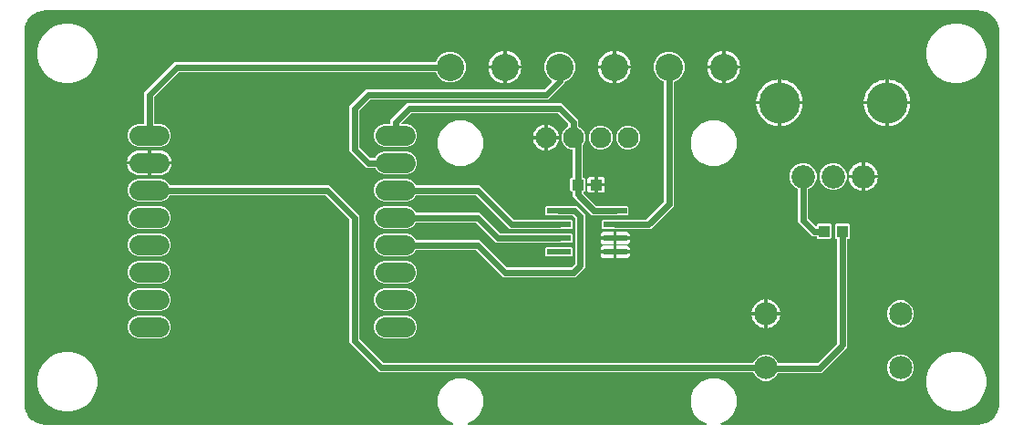
<source format=gbr>
G04 EAGLE Gerber RS-274X export*
G75*
%MOMM*%
%FSLAX34Y34*%
%LPD*%
%INTop Copper*%
%IPPOS*%
%AMOC8*
5,1,8,0,0,1.08239X$1,22.5*%
G01*
%ADD10C,2.159000*%
%ADD11R,1.100000X1.000000*%
%ADD12R,2.200000X0.600000*%
%ADD13C,3.810000*%
%ADD14C,2.184400*%
%ADD15R,1.000000X1.100000*%
%ADD16C,1.930400*%
%ADD17C,1.828800*%
%ADD18C,2.540000*%
%ADD19C,0.609600*%

G36*
X408724Y10938D02*
X408724Y10938D01*
X408821Y10948D01*
X408845Y10958D01*
X408871Y10962D01*
X408957Y11008D01*
X409046Y11048D01*
X409065Y11065D01*
X409088Y11078D01*
X409155Y11148D01*
X409227Y11214D01*
X409239Y11237D01*
X409258Y11256D01*
X409299Y11344D01*
X409345Y11430D01*
X409350Y11455D01*
X409361Y11479D01*
X409372Y11576D01*
X409389Y11672D01*
X409385Y11698D01*
X409388Y11723D01*
X409368Y11819D01*
X409353Y11915D01*
X409342Y11938D01*
X409336Y11964D01*
X409286Y12047D01*
X409242Y12134D01*
X409223Y12153D01*
X409210Y12175D01*
X409136Y12238D01*
X409066Y12306D01*
X409038Y12322D01*
X409023Y12335D01*
X408992Y12347D01*
X408919Y12387D01*
X403913Y14461D01*
X397961Y20413D01*
X394739Y28191D01*
X394739Y36609D01*
X397961Y44387D01*
X403913Y50339D01*
X411691Y53561D01*
X420109Y53561D01*
X427887Y50339D01*
X433839Y44387D01*
X437061Y36609D01*
X437061Y28191D01*
X433839Y20413D01*
X427887Y14461D01*
X422881Y12387D01*
X422798Y12336D01*
X422712Y12290D01*
X422694Y12271D01*
X422672Y12258D01*
X422609Y12183D01*
X422542Y12112D01*
X422531Y12088D01*
X422515Y12068D01*
X422480Y11977D01*
X422439Y11889D01*
X422436Y11863D01*
X422427Y11839D01*
X422422Y11741D01*
X422412Y11645D01*
X422417Y11619D01*
X422416Y11593D01*
X422443Y11499D01*
X422464Y11404D01*
X422477Y11382D01*
X422485Y11357D01*
X422540Y11277D01*
X422590Y11193D01*
X422610Y11176D01*
X422625Y11155D01*
X422703Y11096D01*
X422777Y11033D01*
X422801Y11023D01*
X422822Y11008D01*
X422915Y10978D01*
X423005Y10941D01*
X423038Y10938D01*
X423056Y10932D01*
X423089Y10932D01*
X423172Y10923D01*
X643628Y10923D01*
X643724Y10938D01*
X643821Y10948D01*
X643845Y10958D01*
X643871Y10962D01*
X643957Y11008D01*
X644046Y11048D01*
X644065Y11065D01*
X644088Y11078D01*
X644155Y11148D01*
X644227Y11214D01*
X644239Y11237D01*
X644258Y11256D01*
X644299Y11344D01*
X644345Y11430D01*
X644350Y11455D01*
X644361Y11479D01*
X644372Y11576D01*
X644389Y11672D01*
X644385Y11698D01*
X644388Y11723D01*
X644368Y11819D01*
X644353Y11915D01*
X644342Y11938D01*
X644336Y11964D01*
X644286Y12047D01*
X644242Y12134D01*
X644223Y12153D01*
X644210Y12175D01*
X644136Y12238D01*
X644066Y12306D01*
X644038Y12322D01*
X644023Y12335D01*
X643992Y12347D01*
X643919Y12387D01*
X638913Y14461D01*
X632961Y20413D01*
X629739Y28191D01*
X629739Y36609D01*
X632961Y44387D01*
X638913Y50339D01*
X646691Y53561D01*
X655109Y53561D01*
X662887Y50339D01*
X668839Y44387D01*
X672061Y36609D01*
X672061Y28191D01*
X668839Y20413D01*
X662887Y14461D01*
X657881Y12387D01*
X657798Y12336D01*
X657712Y12290D01*
X657694Y12271D01*
X657672Y12258D01*
X657609Y12183D01*
X657542Y12112D01*
X657531Y12088D01*
X657515Y12068D01*
X657480Y11977D01*
X657439Y11889D01*
X657436Y11863D01*
X657427Y11839D01*
X657422Y11741D01*
X657412Y11645D01*
X657417Y11619D01*
X657416Y11593D01*
X657443Y11499D01*
X657464Y11404D01*
X657477Y11382D01*
X657485Y11357D01*
X657540Y11277D01*
X657590Y11193D01*
X657610Y11176D01*
X657625Y11155D01*
X657703Y11096D01*
X657777Y11033D01*
X657801Y11023D01*
X657822Y11008D01*
X657915Y10978D01*
X658005Y10941D01*
X658038Y10938D01*
X658056Y10932D01*
X658089Y10932D01*
X658172Y10923D01*
X897100Y10923D01*
X897119Y10926D01*
X897150Y10924D01*
X899540Y11081D01*
X899564Y11086D01*
X899688Y11105D01*
X904306Y12343D01*
X904321Y12349D01*
X904336Y12352D01*
X904490Y12419D01*
X908631Y14810D01*
X908643Y14820D01*
X908657Y14826D01*
X908727Y14881D01*
X908732Y14884D01*
X908737Y14889D01*
X908788Y14931D01*
X912169Y18312D01*
X912179Y18324D01*
X912191Y18334D01*
X912290Y18469D01*
X914681Y22610D01*
X914687Y22625D01*
X914696Y22637D01*
X914757Y22794D01*
X915995Y27412D01*
X915997Y27436D01*
X916019Y27559D01*
X916176Y29950D01*
X916174Y29969D01*
X916177Y30000D01*
X916177Y376400D01*
X916174Y376418D01*
X916176Y376450D01*
X916019Y378840D01*
X916014Y378864D01*
X915995Y378988D01*
X914757Y383606D01*
X914751Y383621D01*
X914748Y383636D01*
X914681Y383790D01*
X912290Y387931D01*
X912280Y387943D01*
X912274Y387957D01*
X912169Y388088D01*
X908788Y391469D01*
X908776Y391479D01*
X908766Y391491D01*
X908631Y391590D01*
X904490Y393981D01*
X904475Y393987D01*
X904463Y393996D01*
X904327Y394049D01*
X904314Y394055D01*
X904311Y394055D01*
X904306Y394057D01*
X899688Y395295D01*
X899664Y395297D01*
X899541Y395319D01*
X897150Y395476D01*
X897131Y395474D01*
X897100Y395477D01*
X30000Y395477D01*
X29981Y395474D01*
X29950Y395476D01*
X27560Y395319D01*
X27536Y395314D01*
X27412Y395295D01*
X22794Y394057D01*
X22779Y394051D01*
X22764Y394048D01*
X22610Y393981D01*
X18469Y391590D01*
X18457Y391580D01*
X18443Y391574D01*
X18312Y391469D01*
X14931Y388088D01*
X14921Y388076D01*
X14909Y388066D01*
X14810Y387931D01*
X12419Y383790D01*
X12413Y383775D01*
X12404Y383763D01*
X12343Y383606D01*
X11105Y378988D01*
X11103Y378964D01*
X11081Y378840D01*
X10924Y376450D01*
X10926Y376431D01*
X10923Y376400D01*
X10923Y30000D01*
X10926Y29981D01*
X10924Y29950D01*
X11081Y27560D01*
X11086Y27536D01*
X11105Y27412D01*
X12343Y22794D01*
X12349Y22779D01*
X12352Y22764D01*
X12419Y22610D01*
X14810Y18469D01*
X14820Y18457D01*
X14826Y18443D01*
X14931Y18312D01*
X18312Y14931D01*
X18324Y14921D01*
X18334Y14909D01*
X18469Y14810D01*
X22610Y12419D01*
X22625Y12413D01*
X22637Y12404D01*
X22794Y12343D01*
X27412Y11105D01*
X27436Y11103D01*
X27560Y11081D01*
X29950Y10924D01*
X29969Y10926D01*
X30000Y10923D01*
X408628Y10923D01*
X408724Y10938D01*
G37*
%LPC*%
G36*
X697049Y51580D02*
X697049Y51580D01*
X692521Y53456D01*
X689056Y56921D01*
X688254Y58857D01*
X688192Y58957D01*
X688132Y59057D01*
X688128Y59061D01*
X688124Y59066D01*
X688034Y59141D01*
X687946Y59217D01*
X687940Y59219D01*
X687935Y59223D01*
X687826Y59265D01*
X687717Y59309D01*
X687710Y59310D01*
X687705Y59311D01*
X687687Y59312D01*
X687551Y59327D01*
X340606Y59327D01*
X312927Y87006D01*
X312927Y200991D01*
X312913Y201080D01*
X312905Y201172D01*
X312893Y201201D01*
X312888Y201233D01*
X312845Y201314D01*
X312809Y201398D01*
X312783Y201430D01*
X312772Y201451D01*
X312749Y201473D01*
X312704Y201529D01*
X290429Y223804D01*
X290355Y223857D01*
X290285Y223917D01*
X290255Y223929D01*
X290229Y223948D01*
X290142Y223975D01*
X290057Y224009D01*
X290016Y224013D01*
X289994Y224020D01*
X289962Y224019D01*
X289891Y224027D01*
X146306Y224027D01*
X146192Y224008D01*
X146075Y223991D01*
X146070Y223989D01*
X146064Y223988D01*
X145961Y223933D01*
X145856Y223880D01*
X145852Y223875D01*
X145846Y223872D01*
X145766Y223788D01*
X145684Y223704D01*
X145680Y223698D01*
X145677Y223694D01*
X145669Y223677D01*
X145603Y223557D01*
X145189Y222557D01*
X142187Y219555D01*
X138266Y217931D01*
X115734Y217931D01*
X111813Y219555D01*
X108811Y222557D01*
X107187Y226478D01*
X107187Y230722D01*
X108811Y234643D01*
X111813Y237645D01*
X115734Y239269D01*
X138266Y239269D01*
X142187Y237645D01*
X145189Y234643D01*
X145603Y233643D01*
X145665Y233543D01*
X145725Y233443D01*
X145729Y233439D01*
X145733Y233434D01*
X145823Y233359D01*
X145911Y233283D01*
X145917Y233281D01*
X145922Y233277D01*
X146031Y233235D01*
X146140Y233191D01*
X146147Y233190D01*
X146152Y233189D01*
X146170Y233188D01*
X146306Y233173D01*
X293994Y233173D01*
X296896Y230271D01*
X322073Y205094D01*
X322073Y91109D01*
X322087Y91019D01*
X322095Y90928D01*
X322107Y90899D01*
X322112Y90867D01*
X322155Y90786D01*
X322191Y90702D01*
X322217Y90670D01*
X322228Y90649D01*
X322251Y90627D01*
X322296Y90571D01*
X344171Y68696D01*
X344245Y68643D01*
X344315Y68583D01*
X344345Y68571D01*
X344371Y68552D01*
X344458Y68525D01*
X344543Y68491D01*
X344584Y68487D01*
X344606Y68480D01*
X344638Y68481D01*
X344709Y68473D01*
X687551Y68473D01*
X687665Y68492D01*
X687782Y68509D01*
X687787Y68511D01*
X687793Y68512D01*
X687896Y68567D01*
X688001Y68620D01*
X688005Y68625D01*
X688011Y68628D01*
X688091Y68712D01*
X688173Y68796D01*
X688177Y68802D01*
X688180Y68806D01*
X688188Y68822D01*
X688254Y68943D01*
X689056Y70879D01*
X692521Y74344D01*
X697049Y76220D01*
X701951Y76220D01*
X706479Y74344D01*
X709944Y70879D01*
X710912Y68543D01*
X710973Y68443D01*
X711033Y68343D01*
X711038Y68339D01*
X711041Y68334D01*
X711131Y68259D01*
X711220Y68183D01*
X711226Y68181D01*
X711231Y68177D01*
X711339Y68135D01*
X711448Y68091D01*
X711456Y68090D01*
X711460Y68089D01*
X711479Y68088D01*
X711615Y68073D01*
X747091Y68073D01*
X747181Y68087D01*
X747272Y68095D01*
X747301Y68107D01*
X747333Y68112D01*
X747414Y68155D01*
X747498Y68191D01*
X747530Y68217D01*
X747551Y68228D01*
X747573Y68251D01*
X747629Y68296D01*
X765704Y86371D01*
X765757Y86445D01*
X765817Y86515D01*
X765829Y86545D01*
X765848Y86571D01*
X765875Y86658D01*
X765909Y86743D01*
X765913Y86784D01*
X765920Y86806D01*
X765919Y86838D01*
X765927Y86909D01*
X765927Y182714D01*
X765924Y182734D01*
X765926Y182753D01*
X765904Y182855D01*
X765888Y182957D01*
X765878Y182974D01*
X765874Y182994D01*
X765821Y183083D01*
X765772Y183174D01*
X765758Y183188D01*
X765748Y183205D01*
X765669Y183272D01*
X765594Y183344D01*
X765576Y183352D01*
X765561Y183365D01*
X765465Y183404D01*
X765371Y183447D01*
X765351Y183449D01*
X765333Y183457D01*
X765166Y183475D01*
X764868Y183475D01*
X763975Y184368D01*
X763975Y196632D01*
X764868Y197525D01*
X776132Y197525D01*
X777025Y196632D01*
X777025Y184368D01*
X776132Y183475D01*
X775834Y183475D01*
X775814Y183472D01*
X775795Y183474D01*
X775693Y183452D01*
X775591Y183436D01*
X775574Y183426D01*
X775554Y183422D01*
X775465Y183369D01*
X775374Y183320D01*
X775360Y183306D01*
X775343Y183296D01*
X775276Y183217D01*
X775204Y183142D01*
X775196Y183124D01*
X775183Y183109D01*
X775144Y183013D01*
X775101Y182919D01*
X775099Y182899D01*
X775091Y182881D01*
X775073Y182714D01*
X775073Y82806D01*
X751194Y58927D01*
X711284Y58927D01*
X711169Y58908D01*
X711053Y58891D01*
X711047Y58889D01*
X711041Y58888D01*
X710938Y58833D01*
X710833Y58780D01*
X710829Y58775D01*
X710824Y58772D01*
X710744Y58688D01*
X710661Y58604D01*
X710658Y58598D01*
X710654Y58594D01*
X710646Y58577D01*
X710580Y58457D01*
X709944Y56921D01*
X706479Y53456D01*
X701951Y51580D01*
X697049Y51580D01*
G37*
%LPD*%
%LPC*%
G36*
X115734Y268731D02*
X115734Y268731D01*
X111813Y270355D01*
X108811Y273357D01*
X107187Y277278D01*
X107187Y281522D01*
X108811Y285443D01*
X111813Y288445D01*
X115734Y290069D01*
X121666Y290069D01*
X121686Y290072D01*
X121705Y290070D01*
X121807Y290092D01*
X121909Y290108D01*
X121926Y290118D01*
X121946Y290122D01*
X122035Y290175D01*
X122126Y290224D01*
X122140Y290238D01*
X122157Y290248D01*
X122224Y290327D01*
X122296Y290402D01*
X122304Y290420D01*
X122317Y290435D01*
X122356Y290531D01*
X122399Y290625D01*
X122401Y290645D01*
X122409Y290663D01*
X122427Y290830D01*
X122427Y319394D01*
X150506Y347473D01*
X392389Y347473D01*
X392503Y347492D01*
X392620Y347509D01*
X392625Y347511D01*
X392631Y347512D01*
X392734Y347567D01*
X392839Y347620D01*
X392843Y347625D01*
X392849Y347628D01*
X392929Y347712D01*
X393011Y347796D01*
X393015Y347802D01*
X393018Y347806D01*
X393026Y347823D01*
X393092Y347943D01*
X394341Y350958D01*
X398342Y354959D01*
X403571Y357125D01*
X409229Y357125D01*
X414458Y354959D01*
X418459Y350958D01*
X420625Y345729D01*
X420625Y340071D01*
X418459Y334842D01*
X414458Y330841D01*
X409229Y328675D01*
X403571Y328675D01*
X398342Y330841D01*
X394341Y334842D01*
X393092Y337857D01*
X393030Y337957D01*
X392970Y338057D01*
X392966Y338061D01*
X392962Y338066D01*
X392872Y338141D01*
X392784Y338217D01*
X392778Y338219D01*
X392773Y338223D01*
X392665Y338265D01*
X392555Y338309D01*
X392548Y338310D01*
X392543Y338311D01*
X392525Y338312D01*
X392389Y338327D01*
X154609Y338327D01*
X154519Y338313D01*
X154428Y338305D01*
X154399Y338293D01*
X154367Y338288D01*
X154286Y338245D01*
X154202Y338209D01*
X154170Y338183D01*
X154149Y338172D01*
X154127Y338149D01*
X154071Y338104D01*
X131796Y315829D01*
X131743Y315755D01*
X131683Y315685D01*
X131671Y315655D01*
X131652Y315629D01*
X131625Y315542D01*
X131591Y315457D01*
X131587Y315416D01*
X131580Y315394D01*
X131581Y315362D01*
X131573Y315291D01*
X131573Y290830D01*
X131576Y290810D01*
X131574Y290791D01*
X131596Y290689D01*
X131612Y290587D01*
X131622Y290570D01*
X131626Y290550D01*
X131679Y290461D01*
X131728Y290370D01*
X131742Y290356D01*
X131752Y290339D01*
X131831Y290272D01*
X131906Y290200D01*
X131924Y290192D01*
X131939Y290179D01*
X132035Y290140D01*
X132129Y290097D01*
X132149Y290095D01*
X132167Y290087D01*
X132334Y290069D01*
X138266Y290069D01*
X142187Y288445D01*
X145189Y285443D01*
X146813Y281522D01*
X146813Y277278D01*
X145189Y273357D01*
X142187Y270355D01*
X138266Y268731D01*
X115734Y268731D01*
G37*
%LPD*%
%LPC*%
G36*
X344334Y243331D02*
X344334Y243331D01*
X340413Y244955D01*
X337411Y247957D01*
X336997Y248957D01*
X336935Y249057D01*
X336875Y249157D01*
X336871Y249161D01*
X336867Y249166D01*
X336777Y249241D01*
X336689Y249317D01*
X336683Y249319D01*
X336678Y249323D01*
X336569Y249365D01*
X336460Y249409D01*
X336453Y249410D01*
X336448Y249411D01*
X336430Y249412D01*
X336294Y249427D01*
X328306Y249427D01*
X312927Y264806D01*
X312927Y306694D01*
X328306Y322073D01*
X493091Y322073D01*
X493181Y322087D01*
X493272Y322095D01*
X493301Y322107D01*
X493333Y322112D01*
X493414Y322155D01*
X493498Y322191D01*
X493530Y322217D01*
X493551Y322228D01*
X493573Y322251D01*
X493629Y322296D01*
X500715Y329382D01*
X500742Y329419D01*
X500775Y329450D01*
X500813Y329518D01*
X500858Y329581D01*
X500872Y329625D01*
X500894Y329665D01*
X500908Y329742D01*
X500931Y329816D01*
X500930Y329862D01*
X500938Y329908D01*
X500926Y329985D01*
X500924Y330062D01*
X500909Y330105D01*
X500902Y330151D01*
X500867Y330220D01*
X500840Y330293D01*
X500811Y330329D01*
X500790Y330370D01*
X500735Y330425D01*
X500686Y330485D01*
X500648Y330510D01*
X500615Y330542D01*
X500495Y330608D01*
X500479Y330618D01*
X500474Y330620D01*
X500468Y330623D01*
X499942Y330841D01*
X495941Y334842D01*
X493775Y340071D01*
X493775Y345729D01*
X495941Y350958D01*
X499942Y354959D01*
X505171Y357125D01*
X510829Y357125D01*
X516058Y354959D01*
X520059Y350958D01*
X522225Y345729D01*
X522225Y340071D01*
X520059Y334842D01*
X516058Y330841D01*
X513043Y329592D01*
X512943Y329530D01*
X512843Y329470D01*
X512839Y329466D01*
X512834Y329462D01*
X512759Y329372D01*
X512683Y329284D01*
X512681Y329278D01*
X512677Y329273D01*
X512635Y329165D01*
X512591Y329055D01*
X512590Y329048D01*
X512589Y329043D01*
X512588Y329025D01*
X512573Y328889D01*
X512573Y328306D01*
X497194Y312927D01*
X332409Y312927D01*
X332319Y312913D01*
X332228Y312905D01*
X332199Y312893D01*
X332167Y312888D01*
X332086Y312845D01*
X332002Y312809D01*
X331970Y312783D01*
X331949Y312772D01*
X331927Y312749D01*
X331871Y312704D01*
X322296Y303129D01*
X322243Y303055D01*
X322183Y302985D01*
X322171Y302955D01*
X322152Y302929D01*
X322125Y302842D01*
X322091Y302757D01*
X322087Y302716D01*
X322080Y302694D01*
X322081Y302662D01*
X322073Y302591D01*
X322073Y268909D01*
X322087Y268819D01*
X322095Y268728D01*
X322107Y268699D01*
X322112Y268667D01*
X322155Y268586D01*
X322191Y268502D01*
X322217Y268470D01*
X322228Y268449D01*
X322251Y268427D01*
X322296Y268371D01*
X331871Y258796D01*
X331945Y258743D01*
X332015Y258683D01*
X332045Y258671D01*
X332071Y258652D01*
X332158Y258625D01*
X332243Y258591D01*
X332284Y258587D01*
X332306Y258580D01*
X332338Y258581D01*
X332409Y258573D01*
X336294Y258573D01*
X336408Y258592D01*
X336525Y258609D01*
X336530Y258611D01*
X336536Y258612D01*
X336639Y258667D01*
X336744Y258720D01*
X336748Y258725D01*
X336754Y258728D01*
X336834Y258812D01*
X336916Y258896D01*
X336920Y258902D01*
X336923Y258906D01*
X336931Y258923D01*
X336997Y259043D01*
X337411Y260043D01*
X340413Y263045D01*
X344334Y264669D01*
X366866Y264669D01*
X370787Y263045D01*
X373789Y260043D01*
X375413Y256122D01*
X375413Y251878D01*
X373789Y247957D01*
X370787Y244955D01*
X366866Y243331D01*
X344334Y243331D01*
G37*
%LPD*%
%LPC*%
G36*
X537856Y204977D02*
X537856Y204977D01*
X520327Y222506D01*
X520327Y226394D01*
X520324Y226414D01*
X520326Y226433D01*
X520304Y226535D01*
X520288Y226637D01*
X520278Y226654D01*
X520274Y226674D01*
X520221Y226763D01*
X520172Y226854D01*
X520158Y226868D01*
X520148Y226885D01*
X520069Y226952D01*
X519994Y227024D01*
X519976Y227032D01*
X519961Y227045D01*
X519865Y227084D01*
X519771Y227127D01*
X519751Y227129D01*
X519733Y227137D01*
X519566Y227155D01*
X518768Y227155D01*
X517875Y228048D01*
X517875Y239312D01*
X518768Y240205D01*
X519566Y240205D01*
X519586Y240208D01*
X519605Y240206D01*
X519707Y240228D01*
X519809Y240244D01*
X519826Y240254D01*
X519846Y240258D01*
X519935Y240311D01*
X520026Y240360D01*
X520040Y240374D01*
X520057Y240384D01*
X520124Y240463D01*
X520196Y240538D01*
X520204Y240556D01*
X520217Y240571D01*
X520256Y240667D01*
X520299Y240761D01*
X520301Y240781D01*
X520309Y240799D01*
X520327Y240966D01*
X520327Y265462D01*
X520324Y265482D01*
X520326Y265501D01*
X520304Y265603D01*
X520288Y265705D01*
X520278Y265722D01*
X520274Y265742D01*
X520221Y265831D01*
X520172Y265922D01*
X520158Y265936D01*
X520148Y265953D01*
X520069Y266020D01*
X519994Y266092D01*
X519976Y266100D01*
X519961Y266113D01*
X519865Y266152D01*
X519771Y266195D01*
X519751Y266197D01*
X519733Y266205D01*
X519566Y266223D01*
X518477Y266223D01*
X514369Y267925D01*
X511225Y271069D01*
X509523Y275177D01*
X509523Y279623D01*
X511225Y283731D01*
X514369Y286875D01*
X515657Y287409D01*
X515757Y287471D01*
X515857Y287530D01*
X515861Y287535D01*
X515866Y287538D01*
X515941Y287629D01*
X516017Y287717D01*
X516019Y287723D01*
X516023Y287728D01*
X516065Y287836D01*
X516109Y287945D01*
X516110Y287953D01*
X516111Y287958D01*
X516112Y287976D01*
X516127Y288112D01*
X516127Y289891D01*
X516113Y289981D01*
X516105Y290072D01*
X516093Y290101D01*
X516088Y290133D01*
X516045Y290214D01*
X516009Y290298D01*
X515983Y290330D01*
X515972Y290351D01*
X515949Y290373D01*
X515904Y290429D01*
X506329Y300004D01*
X506255Y300057D01*
X506185Y300117D01*
X506155Y300129D01*
X506129Y300148D01*
X506042Y300175D01*
X505957Y300209D01*
X505916Y300213D01*
X505894Y300220D01*
X505862Y300219D01*
X505791Y300227D01*
X370509Y300227D01*
X370419Y300213D01*
X370328Y300205D01*
X370299Y300193D01*
X370267Y300188D01*
X370186Y300145D01*
X370102Y300109D01*
X370070Y300083D01*
X370049Y300072D01*
X370027Y300049D01*
X369971Y300004D01*
X361335Y291368D01*
X361293Y291310D01*
X361244Y291258D01*
X361222Y291211D01*
X361192Y291169D01*
X361170Y291100D01*
X361140Y291035D01*
X361135Y290983D01*
X361119Y290933D01*
X361121Y290862D01*
X361113Y290791D01*
X361124Y290740D01*
X361126Y290688D01*
X361150Y290620D01*
X361165Y290550D01*
X361192Y290505D01*
X361210Y290457D01*
X361255Y290401D01*
X361292Y290339D01*
X361331Y290305D01*
X361364Y290265D01*
X361424Y290226D01*
X361478Y290179D01*
X361527Y290160D01*
X361571Y290132D01*
X361640Y290114D01*
X361707Y290087D01*
X361778Y290079D01*
X361809Y290071D01*
X361832Y290073D01*
X361873Y290069D01*
X366866Y290069D01*
X370787Y288445D01*
X373789Y285443D01*
X375413Y281522D01*
X375413Y277278D01*
X373789Y273357D01*
X370787Y270355D01*
X366866Y268731D01*
X344334Y268731D01*
X340413Y270355D01*
X337411Y273357D01*
X335787Y277278D01*
X335787Y281522D01*
X337411Y285443D01*
X340413Y288445D01*
X344334Y290069D01*
X350266Y290069D01*
X350286Y290072D01*
X350305Y290070D01*
X350407Y290092D01*
X350509Y290108D01*
X350526Y290118D01*
X350546Y290122D01*
X350635Y290175D01*
X350726Y290224D01*
X350740Y290238D01*
X350757Y290248D01*
X350824Y290327D01*
X350896Y290402D01*
X350904Y290420D01*
X350917Y290435D01*
X350956Y290531D01*
X350999Y290625D01*
X351001Y290645D01*
X351009Y290663D01*
X351027Y290830D01*
X351027Y293994D01*
X366406Y309373D01*
X509894Y309373D01*
X525273Y293994D01*
X525273Y288112D01*
X525292Y287997D01*
X525309Y287881D01*
X525311Y287876D01*
X525312Y287869D01*
X525367Y287767D01*
X525420Y287662D01*
X525425Y287658D01*
X525428Y287652D01*
X525512Y287572D01*
X525596Y287490D01*
X525602Y287486D01*
X525606Y287483D01*
X525623Y287475D01*
X525743Y287409D01*
X527031Y286875D01*
X530175Y283731D01*
X531877Y279623D01*
X531877Y275177D01*
X530175Y271069D01*
X529696Y270589D01*
X529643Y270515D01*
X529583Y270446D01*
X529571Y270416D01*
X529552Y270390D01*
X529525Y270303D01*
X529491Y270218D01*
X529487Y270177D01*
X529480Y270155D01*
X529481Y270122D01*
X529473Y270051D01*
X529473Y240966D01*
X529476Y240946D01*
X529474Y240927D01*
X529496Y240825D01*
X529512Y240723D01*
X529522Y240706D01*
X529526Y240686D01*
X529579Y240597D01*
X529628Y240506D01*
X529642Y240492D01*
X529652Y240475D01*
X529731Y240408D01*
X529806Y240336D01*
X529824Y240328D01*
X529839Y240315D01*
X529935Y240276D01*
X530029Y240233D01*
X530049Y240231D01*
X530067Y240223D01*
X530234Y240205D01*
X531032Y240205D01*
X531925Y239312D01*
X531925Y228048D01*
X531032Y227155D01*
X530449Y227155D01*
X530379Y227144D01*
X530307Y227142D01*
X530258Y227124D01*
X530207Y227116D01*
X530143Y227082D01*
X530076Y227057D01*
X530035Y227025D01*
X529989Y227000D01*
X529940Y226948D01*
X529884Y226904D01*
X529856Y226860D01*
X529820Y226822D01*
X529790Y226757D01*
X529751Y226697D01*
X529738Y226646D01*
X529716Y226599D01*
X529708Y226528D01*
X529691Y226458D01*
X529695Y226406D01*
X529689Y226355D01*
X529704Y226284D01*
X529710Y226213D01*
X529730Y226165D01*
X529741Y226114D01*
X529778Y226053D01*
X529806Y225987D01*
X529851Y225931D01*
X529868Y225903D01*
X529885Y225888D01*
X529911Y225856D01*
X541421Y214346D01*
X541495Y214293D01*
X541565Y214233D01*
X541595Y214221D01*
X541621Y214202D01*
X541708Y214175D01*
X541793Y214141D01*
X541834Y214137D01*
X541856Y214130D01*
X541888Y214131D01*
X541959Y214123D01*
X561417Y214123D01*
X561491Y214093D01*
X561531Y214089D01*
X561554Y214082D01*
X561586Y214083D01*
X561657Y214075D01*
X571032Y214075D01*
X571925Y213182D01*
X571925Y205918D01*
X571032Y205025D01*
X561657Y205025D01*
X561567Y205011D01*
X561476Y205003D01*
X561446Y204991D01*
X561415Y204986D01*
X561399Y204977D01*
X537856Y204977D01*
G37*
%LPD*%
%LPC*%
G36*
X455306Y147827D02*
X455306Y147827D01*
X430129Y173004D01*
X430055Y173057D01*
X429985Y173117D01*
X429955Y173129D01*
X429929Y173148D01*
X429842Y173175D01*
X429757Y173209D01*
X429716Y173213D01*
X429694Y173220D01*
X429662Y173219D01*
X429591Y173227D01*
X374906Y173227D01*
X374792Y173208D01*
X374675Y173191D01*
X374670Y173189D01*
X374664Y173188D01*
X374561Y173133D01*
X374456Y173080D01*
X374452Y173075D01*
X374446Y173072D01*
X374366Y172988D01*
X374284Y172904D01*
X374280Y172898D01*
X374277Y172894D01*
X374269Y172877D01*
X374203Y172757D01*
X373789Y171757D01*
X370787Y168755D01*
X366866Y167131D01*
X344334Y167131D01*
X340413Y168755D01*
X337411Y171757D01*
X335787Y175678D01*
X335787Y179922D01*
X337411Y183843D01*
X340413Y186845D01*
X344334Y188469D01*
X366866Y188469D01*
X370787Y186845D01*
X373789Y183843D01*
X374203Y182843D01*
X374265Y182743D01*
X374325Y182643D01*
X374329Y182639D01*
X374333Y182634D01*
X374423Y182559D01*
X374511Y182483D01*
X374517Y182481D01*
X374522Y182477D01*
X374631Y182435D01*
X374740Y182391D01*
X374747Y182390D01*
X374752Y182389D01*
X374770Y182388D01*
X374906Y182373D01*
X433694Y182373D01*
X458871Y157196D01*
X458945Y157143D01*
X459015Y157083D01*
X459045Y157071D01*
X459071Y157052D01*
X459158Y157025D01*
X459243Y156991D01*
X459284Y156987D01*
X459306Y156980D01*
X459338Y156981D01*
X459409Y156973D01*
X518491Y156973D01*
X518581Y156987D01*
X518672Y156995D01*
X518701Y157007D01*
X518733Y157012D01*
X518814Y157055D01*
X518898Y157091D01*
X518930Y157117D01*
X518951Y157128D01*
X518973Y157151D01*
X519029Y157196D01*
X522254Y160421D01*
X522307Y160495D01*
X522367Y160565D01*
X522379Y160595D01*
X522398Y160621D01*
X522425Y160708D01*
X522459Y160793D01*
X522463Y160834D01*
X522470Y160856D01*
X522469Y160888D01*
X522477Y160959D01*
X522477Y202261D01*
X522463Y202351D01*
X522455Y202442D01*
X522443Y202471D01*
X522438Y202503D01*
X522395Y202584D01*
X522359Y202668D01*
X522333Y202700D01*
X522322Y202721D01*
X522299Y202743D01*
X522254Y202799D01*
X520299Y204754D01*
X520225Y204807D01*
X520155Y204867D01*
X520125Y204879D01*
X520099Y204898D01*
X520012Y204925D01*
X519927Y204959D01*
X519886Y204963D01*
X519864Y204970D01*
X519832Y204969D01*
X519761Y204977D01*
X505383Y204977D01*
X505309Y205007D01*
X505268Y205011D01*
X505246Y205018D01*
X505214Y205017D01*
X505143Y205025D01*
X495768Y205025D01*
X494875Y205918D01*
X494875Y213182D01*
X495768Y214075D01*
X505143Y214075D01*
X505233Y214089D01*
X505324Y214097D01*
X505353Y214109D01*
X505385Y214114D01*
X505401Y214123D01*
X523864Y214123D01*
X531623Y206364D01*
X531623Y156856D01*
X522594Y147827D01*
X455306Y147827D01*
G37*
%LPD*%
%LPC*%
G36*
X872658Y23139D02*
X872658Y23139D01*
X865623Y25024D01*
X859316Y28666D01*
X854166Y33816D01*
X850524Y40123D01*
X848639Y47158D01*
X848639Y54442D01*
X850524Y61477D01*
X854166Y67784D01*
X859316Y72934D01*
X865623Y76576D01*
X872658Y78461D01*
X879942Y78461D01*
X886977Y76576D01*
X893284Y72934D01*
X898434Y67784D01*
X902076Y61477D01*
X903961Y54442D01*
X903961Y47158D01*
X902076Y40123D01*
X898434Y33816D01*
X893284Y28666D01*
X886977Y25024D01*
X879942Y23139D01*
X872658Y23139D01*
G37*
%LPD*%
%LPC*%
G36*
X872658Y327939D02*
X872658Y327939D01*
X865623Y329824D01*
X859316Y333466D01*
X854166Y338616D01*
X850524Y344923D01*
X848639Y351958D01*
X848639Y359242D01*
X850524Y366277D01*
X854166Y372584D01*
X859316Y377734D01*
X865623Y381376D01*
X872658Y383261D01*
X879942Y383261D01*
X886977Y381376D01*
X893284Y377734D01*
X898434Y372584D01*
X902076Y366277D01*
X903961Y359242D01*
X903961Y351958D01*
X902076Y344923D01*
X898434Y338616D01*
X893284Y333466D01*
X886977Y329824D01*
X879942Y327939D01*
X872658Y327939D01*
G37*
%LPD*%
%LPC*%
G36*
X47158Y23139D02*
X47158Y23139D01*
X40123Y25024D01*
X33816Y28666D01*
X28666Y33816D01*
X25024Y40123D01*
X23139Y47158D01*
X23139Y54442D01*
X25024Y61477D01*
X28666Y67784D01*
X33816Y72934D01*
X40123Y76576D01*
X47158Y78461D01*
X54442Y78461D01*
X61477Y76576D01*
X67784Y72934D01*
X72934Y67784D01*
X76576Y61477D01*
X78461Y54442D01*
X78461Y47158D01*
X76576Y40123D01*
X72934Y33816D01*
X67784Y28666D01*
X61477Y25024D01*
X54442Y23139D01*
X47158Y23139D01*
G37*
%LPD*%
%LPC*%
G36*
X47158Y327939D02*
X47158Y327939D01*
X40123Y329824D01*
X33816Y333466D01*
X28666Y338616D01*
X25024Y344923D01*
X23139Y351958D01*
X23139Y359242D01*
X25024Y366277D01*
X28666Y372584D01*
X33816Y377734D01*
X40123Y381376D01*
X47158Y383261D01*
X54442Y383261D01*
X61477Y381376D01*
X67784Y377734D01*
X72934Y372584D01*
X76576Y366277D01*
X78461Y359242D01*
X78461Y351958D01*
X76576Y344923D01*
X72934Y338616D01*
X67784Y333466D01*
X61477Y329824D01*
X54442Y327939D01*
X47158Y327939D01*
G37*
%LPD*%
%LPC*%
G36*
X557383Y192277D02*
X557383Y192277D01*
X557309Y192307D01*
X557268Y192311D01*
X557246Y192318D01*
X557214Y192317D01*
X557143Y192325D01*
X547768Y192325D01*
X546875Y193218D01*
X546875Y200482D01*
X547768Y201375D01*
X557143Y201375D01*
X557233Y201389D01*
X557324Y201397D01*
X557353Y201409D01*
X557385Y201414D01*
X557401Y201423D01*
X588341Y201423D01*
X588431Y201437D01*
X588522Y201445D01*
X588551Y201457D01*
X588583Y201462D01*
X588664Y201505D01*
X588748Y201541D01*
X588780Y201567D01*
X588801Y201578D01*
X588823Y201601D01*
X588879Y201646D01*
X604804Y217571D01*
X604857Y217645D01*
X604917Y217715D01*
X604929Y217745D01*
X604948Y217771D01*
X604975Y217858D01*
X605009Y217943D01*
X605013Y217984D01*
X605020Y218006D01*
X605019Y218038D01*
X605027Y218109D01*
X605027Y328889D01*
X605009Y329003D01*
X604991Y329120D01*
X604989Y329125D01*
X604988Y329131D01*
X604933Y329234D01*
X604880Y329339D01*
X604875Y329343D01*
X604872Y329349D01*
X604788Y329429D01*
X604704Y329511D01*
X604698Y329515D01*
X604694Y329518D01*
X604677Y329526D01*
X604557Y329592D01*
X601542Y330841D01*
X597541Y334842D01*
X595375Y340071D01*
X595375Y345729D01*
X597541Y350958D01*
X601542Y354959D01*
X606771Y357125D01*
X612429Y357125D01*
X617658Y354959D01*
X621659Y350958D01*
X623825Y345729D01*
X623825Y340071D01*
X621659Y334842D01*
X617658Y330841D01*
X614643Y329592D01*
X614543Y329530D01*
X614443Y329470D01*
X614439Y329466D01*
X614434Y329462D01*
X614359Y329372D01*
X614283Y329284D01*
X614281Y329278D01*
X614277Y329273D01*
X614235Y329165D01*
X614191Y329055D01*
X614190Y329048D01*
X614189Y329043D01*
X614188Y329025D01*
X614173Y328889D01*
X614173Y214006D01*
X592444Y192277D01*
X557383Y192277D01*
G37*
%LPD*%
%LPC*%
G36*
X461656Y192277D02*
X461656Y192277D01*
X430129Y223804D01*
X430055Y223857D01*
X429985Y223917D01*
X429955Y223929D01*
X429929Y223948D01*
X429842Y223975D01*
X429757Y224009D01*
X429716Y224013D01*
X429694Y224020D01*
X429662Y224019D01*
X429591Y224027D01*
X374906Y224027D01*
X374792Y224008D01*
X374675Y223991D01*
X374670Y223989D01*
X374664Y223988D01*
X374561Y223933D01*
X374456Y223880D01*
X374452Y223875D01*
X374446Y223872D01*
X374366Y223788D01*
X374284Y223704D01*
X374280Y223698D01*
X374277Y223694D01*
X374269Y223677D01*
X374203Y223557D01*
X373789Y222557D01*
X370787Y219555D01*
X366866Y217931D01*
X344334Y217931D01*
X340413Y219555D01*
X337411Y222557D01*
X335787Y226478D01*
X335787Y230722D01*
X337411Y234643D01*
X340413Y237645D01*
X344334Y239269D01*
X366866Y239269D01*
X370787Y237645D01*
X373789Y234643D01*
X374203Y233643D01*
X374265Y233543D01*
X374325Y233443D01*
X374329Y233439D01*
X374333Y233434D01*
X374423Y233359D01*
X374511Y233283D01*
X374517Y233281D01*
X374522Y233277D01*
X374631Y233235D01*
X374740Y233191D01*
X374747Y233190D01*
X374752Y233189D01*
X374770Y233188D01*
X374906Y233173D01*
X433694Y233173D01*
X465221Y201646D01*
X465295Y201593D01*
X465365Y201533D01*
X465395Y201521D01*
X465421Y201502D01*
X465508Y201475D01*
X465593Y201441D01*
X465634Y201437D01*
X465656Y201430D01*
X465688Y201431D01*
X465759Y201423D01*
X509417Y201423D01*
X509491Y201393D01*
X509531Y201389D01*
X509554Y201382D01*
X509586Y201383D01*
X509657Y201375D01*
X519032Y201375D01*
X519925Y200482D01*
X519925Y193218D01*
X519032Y192325D01*
X509657Y192325D01*
X509567Y192311D01*
X509476Y192303D01*
X509446Y192291D01*
X509415Y192286D01*
X509399Y192277D01*
X461656Y192277D01*
G37*
%LPD*%
%LPC*%
G36*
X448956Y179577D02*
X448956Y179577D01*
X430129Y198404D01*
X430055Y198457D01*
X429985Y198517D01*
X429955Y198529D01*
X429929Y198548D01*
X429842Y198575D01*
X429757Y198609D01*
X429716Y198613D01*
X429694Y198620D01*
X429662Y198619D01*
X429591Y198627D01*
X374906Y198627D01*
X374792Y198608D01*
X374675Y198591D01*
X374670Y198589D01*
X374664Y198588D01*
X374561Y198533D01*
X374456Y198480D01*
X374452Y198475D01*
X374446Y198472D01*
X374366Y198388D01*
X374284Y198304D01*
X374280Y198298D01*
X374277Y198294D01*
X374269Y198277D01*
X374203Y198157D01*
X373789Y197157D01*
X370787Y194155D01*
X366866Y192531D01*
X344334Y192531D01*
X340413Y194155D01*
X337411Y197157D01*
X335787Y201078D01*
X335787Y205322D01*
X337411Y209243D01*
X340413Y212245D01*
X344334Y213869D01*
X366866Y213869D01*
X370787Y212245D01*
X373789Y209243D01*
X374203Y208243D01*
X374265Y208143D01*
X374325Y208043D01*
X374329Y208039D01*
X374333Y208034D01*
X374423Y207959D01*
X374511Y207883D01*
X374517Y207881D01*
X374522Y207877D01*
X374631Y207835D01*
X374740Y207791D01*
X374747Y207790D01*
X374752Y207789D01*
X374770Y207788D01*
X374906Y207773D01*
X433694Y207773D01*
X452521Y188946D01*
X452595Y188893D01*
X452665Y188833D01*
X452695Y188821D01*
X452721Y188802D01*
X452808Y188775D01*
X452893Y188741D01*
X452934Y188737D01*
X452956Y188730D01*
X452988Y188731D01*
X453059Y188723D01*
X509417Y188723D01*
X509491Y188693D01*
X509531Y188689D01*
X509554Y188682D01*
X509586Y188683D01*
X509657Y188675D01*
X519032Y188675D01*
X519925Y187782D01*
X519925Y180518D01*
X519032Y179625D01*
X509657Y179625D01*
X509567Y179611D01*
X509476Y179603D01*
X509446Y179591D01*
X509415Y179586D01*
X509399Y179577D01*
X448956Y179577D01*
G37*
%LPD*%
%LPC*%
G36*
X411691Y251239D02*
X411691Y251239D01*
X403913Y254461D01*
X397961Y260413D01*
X394739Y268191D01*
X394739Y276609D01*
X397961Y284387D01*
X403913Y290339D01*
X411691Y293561D01*
X420109Y293561D01*
X427887Y290339D01*
X433839Y284387D01*
X437061Y276609D01*
X437061Y268191D01*
X433839Y260413D01*
X427887Y254461D01*
X420109Y251239D01*
X411691Y251239D01*
G37*
%LPD*%
%LPC*%
G36*
X646691Y251239D02*
X646691Y251239D01*
X638913Y254461D01*
X632961Y260413D01*
X629739Y268191D01*
X629739Y276609D01*
X632961Y284387D01*
X638913Y290339D01*
X646691Y293561D01*
X655109Y293561D01*
X662887Y290339D01*
X668839Y284387D01*
X672061Y276609D01*
X672061Y268191D01*
X668839Y260413D01*
X662887Y254461D01*
X655109Y251239D01*
X646691Y251239D01*
G37*
%LPD*%
%LPC*%
G36*
X747868Y183475D02*
X747868Y183475D01*
X746975Y184368D01*
X746975Y185166D01*
X746972Y185186D01*
X746974Y185205D01*
X746952Y185307D01*
X746936Y185409D01*
X746926Y185426D01*
X746922Y185446D01*
X746869Y185535D01*
X746820Y185626D01*
X746806Y185640D01*
X746796Y185657D01*
X746717Y185724D01*
X746642Y185796D01*
X746624Y185804D01*
X746609Y185817D01*
X746513Y185856D01*
X746419Y185899D01*
X746399Y185901D01*
X746381Y185909D01*
X746214Y185927D01*
X742326Y185927D01*
X729487Y198766D01*
X729487Y229213D01*
X729468Y229328D01*
X729451Y229444D01*
X729449Y229450D01*
X729448Y229456D01*
X729393Y229559D01*
X729340Y229663D01*
X729335Y229668D01*
X729332Y229673D01*
X729248Y229753D01*
X729164Y229836D01*
X729158Y229839D01*
X729154Y229843D01*
X729137Y229851D01*
X729017Y229917D01*
X727009Y230748D01*
X723508Y234249D01*
X721613Y238824D01*
X721613Y243776D01*
X723508Y248351D01*
X727009Y251852D01*
X731584Y253747D01*
X736536Y253747D01*
X741111Y251852D01*
X744612Y248351D01*
X746507Y243776D01*
X746507Y238824D01*
X744612Y234249D01*
X741111Y230748D01*
X739103Y229917D01*
X739003Y229855D01*
X738903Y229795D01*
X738899Y229790D01*
X738894Y229787D01*
X738819Y229696D01*
X738743Y229608D01*
X738741Y229602D01*
X738737Y229597D01*
X738695Y229489D01*
X738651Y229380D01*
X738650Y229372D01*
X738649Y229368D01*
X738648Y229350D01*
X738633Y229213D01*
X738633Y202869D01*
X738648Y202779D01*
X738655Y202688D01*
X738667Y202659D01*
X738672Y202627D01*
X738715Y202546D01*
X738751Y202462D01*
X738777Y202430D01*
X738788Y202409D01*
X738811Y202387D01*
X738856Y202331D01*
X745676Y195511D01*
X745734Y195469D01*
X745786Y195420D01*
X745833Y195398D01*
X745875Y195368D01*
X745944Y195346D01*
X746009Y195316D01*
X746061Y195311D01*
X746111Y195295D01*
X746182Y195297D01*
X746253Y195289D01*
X746304Y195300D01*
X746356Y195302D01*
X746424Y195326D01*
X746494Y195341D01*
X746539Y195368D01*
X746587Y195386D01*
X746643Y195431D01*
X746705Y195468D01*
X746739Y195507D01*
X746779Y195540D01*
X746818Y195600D01*
X746865Y195654D01*
X746884Y195703D01*
X746912Y195747D01*
X746930Y195816D01*
X746957Y195883D01*
X746965Y195954D01*
X746973Y195985D01*
X746971Y196008D01*
X746975Y196049D01*
X746975Y196632D01*
X747868Y197525D01*
X759132Y197525D01*
X760025Y196632D01*
X760025Y184368D01*
X759132Y183475D01*
X747868Y183475D01*
G37*
%LPD*%
%LPC*%
G36*
X115734Y192531D02*
X115734Y192531D01*
X111813Y194155D01*
X108811Y197157D01*
X107187Y201078D01*
X107187Y205322D01*
X108811Y209243D01*
X111813Y212245D01*
X115734Y213869D01*
X138266Y213869D01*
X142187Y212245D01*
X145189Y209243D01*
X146813Y205322D01*
X146813Y201078D01*
X145189Y197157D01*
X142187Y194155D01*
X138266Y192531D01*
X115734Y192531D01*
G37*
%LPD*%
%LPC*%
G36*
X115734Y167131D02*
X115734Y167131D01*
X111813Y168755D01*
X108811Y171757D01*
X107187Y175678D01*
X107187Y179922D01*
X108811Y183843D01*
X111813Y186845D01*
X115734Y188469D01*
X138266Y188469D01*
X142187Y186845D01*
X145189Y183843D01*
X146813Y179922D01*
X146813Y175678D01*
X145189Y171757D01*
X142187Y168755D01*
X138266Y167131D01*
X115734Y167131D01*
G37*
%LPD*%
%LPC*%
G36*
X115734Y141731D02*
X115734Y141731D01*
X111813Y143355D01*
X108811Y146357D01*
X107187Y150278D01*
X107187Y154522D01*
X108811Y158443D01*
X111813Y161445D01*
X115734Y163069D01*
X138266Y163069D01*
X142187Y161445D01*
X145189Y158443D01*
X146813Y154522D01*
X146813Y150278D01*
X145189Y146357D01*
X142187Y143355D01*
X138266Y141731D01*
X115734Y141731D01*
G37*
%LPD*%
%LPC*%
G36*
X115734Y116331D02*
X115734Y116331D01*
X111813Y117955D01*
X108811Y120957D01*
X107187Y124878D01*
X107187Y129122D01*
X108811Y133043D01*
X111813Y136045D01*
X115734Y137669D01*
X138266Y137669D01*
X142187Y136045D01*
X145189Y133043D01*
X146813Y129122D01*
X146813Y124878D01*
X145189Y120957D01*
X142187Y117955D01*
X138266Y116331D01*
X115734Y116331D01*
G37*
%LPD*%
%LPC*%
G36*
X344334Y116331D02*
X344334Y116331D01*
X340413Y117955D01*
X337411Y120957D01*
X335787Y124878D01*
X335787Y129122D01*
X337411Y133043D01*
X340413Y136045D01*
X344334Y137669D01*
X366866Y137669D01*
X370787Y136045D01*
X373789Y133043D01*
X375413Y129122D01*
X375413Y124878D01*
X373789Y120957D01*
X370787Y117955D01*
X366866Y116331D01*
X344334Y116331D01*
G37*
%LPD*%
%LPC*%
G36*
X344334Y141731D02*
X344334Y141731D01*
X340413Y143355D01*
X337411Y146357D01*
X335787Y150278D01*
X335787Y154522D01*
X337411Y158443D01*
X340413Y161445D01*
X344334Y163069D01*
X366866Y163069D01*
X370787Y161445D01*
X373789Y158443D01*
X375413Y154522D01*
X375413Y150278D01*
X373789Y146357D01*
X370787Y143355D01*
X366866Y141731D01*
X344334Y141731D01*
G37*
%LPD*%
%LPC*%
G36*
X115734Y90931D02*
X115734Y90931D01*
X111813Y92555D01*
X108811Y95557D01*
X107187Y99478D01*
X107187Y103722D01*
X108811Y107643D01*
X111813Y110645D01*
X115734Y112269D01*
X138266Y112269D01*
X142187Y110645D01*
X145189Y107643D01*
X146813Y103722D01*
X146813Y99478D01*
X145189Y95557D01*
X142187Y92555D01*
X138266Y90931D01*
X115734Y90931D01*
G37*
%LPD*%
%LPC*%
G36*
X344334Y90931D02*
X344334Y90931D01*
X340413Y92555D01*
X337411Y95557D01*
X335787Y99478D01*
X335787Y103722D01*
X337411Y107643D01*
X340413Y110645D01*
X344334Y112269D01*
X366866Y112269D01*
X370787Y110645D01*
X373789Y107643D01*
X375413Y103722D01*
X375413Y99478D01*
X373789Y95557D01*
X370787Y92555D01*
X366866Y90931D01*
X344334Y90931D01*
G37*
%LPD*%
%LPC*%
G36*
X759524Y228853D02*
X759524Y228853D01*
X754949Y230748D01*
X751448Y234249D01*
X749553Y238824D01*
X749553Y243776D01*
X751448Y248351D01*
X754949Y251852D01*
X759524Y253747D01*
X764476Y253747D01*
X769051Y251852D01*
X772552Y248351D01*
X774447Y243776D01*
X774447Y238824D01*
X772552Y234249D01*
X769051Y230748D01*
X764476Y228853D01*
X759524Y228853D01*
G37*
%LPD*%
%LPC*%
G36*
X822049Y51580D02*
X822049Y51580D01*
X817521Y53456D01*
X814056Y56921D01*
X812180Y61449D01*
X812180Y66351D01*
X814056Y70879D01*
X817521Y74344D01*
X822049Y76220D01*
X826951Y76220D01*
X831479Y74344D01*
X834944Y70879D01*
X836820Y66351D01*
X836820Y61449D01*
X834944Y56921D01*
X831479Y53456D01*
X826951Y51580D01*
X822049Y51580D01*
G37*
%LPD*%
%LPC*%
G36*
X822049Y101580D02*
X822049Y101580D01*
X817521Y103456D01*
X814056Y106921D01*
X812180Y111449D01*
X812180Y116351D01*
X814056Y120879D01*
X817521Y124344D01*
X822049Y126220D01*
X826951Y126220D01*
X831479Y124344D01*
X834944Y120879D01*
X836820Y116351D01*
X836820Y111449D01*
X834944Y106921D01*
X831479Y103456D01*
X826951Y101580D01*
X822049Y101580D01*
G37*
%LPD*%
%LPC*%
G36*
X569277Y266223D02*
X569277Y266223D01*
X565169Y267925D01*
X562025Y271069D01*
X560323Y275177D01*
X560323Y279623D01*
X562025Y283731D01*
X565169Y286875D01*
X569277Y288577D01*
X573723Y288577D01*
X577831Y286875D01*
X580975Y283731D01*
X582677Y279623D01*
X582677Y275177D01*
X580975Y271069D01*
X577831Y267925D01*
X573723Y266223D01*
X569277Y266223D01*
G37*
%LPD*%
%LPC*%
G36*
X543877Y266223D02*
X543877Y266223D01*
X539769Y267925D01*
X536625Y271069D01*
X534923Y275177D01*
X534923Y279623D01*
X536625Y283731D01*
X539769Y286875D01*
X543877Y288577D01*
X548323Y288577D01*
X552431Y286875D01*
X555575Y283731D01*
X557277Y279623D01*
X557277Y275177D01*
X555575Y271069D01*
X552431Y267925D01*
X548323Y266223D01*
X543877Y266223D01*
G37*
%LPD*%
%LPC*%
G36*
X713523Y311323D02*
X713523Y311323D01*
X713523Y331376D01*
X716221Y331021D01*
X718955Y330289D01*
X721570Y329206D01*
X724021Y327791D01*
X726266Y326068D01*
X728268Y324066D01*
X729991Y321821D01*
X731406Y319370D01*
X732489Y316755D01*
X733221Y314021D01*
X733576Y311323D01*
X713523Y311323D01*
G37*
%LPD*%
%LPC*%
G36*
X813523Y311323D02*
X813523Y311323D01*
X813523Y331376D01*
X816221Y331021D01*
X818955Y330289D01*
X821570Y329206D01*
X824021Y327791D01*
X826266Y326068D01*
X828268Y324066D01*
X829991Y321821D01*
X831406Y319370D01*
X832489Y316755D01*
X833221Y314021D01*
X833576Y311323D01*
X813523Y311323D01*
G37*
%LPD*%
%LPC*%
G36*
X790424Y311323D02*
X790424Y311323D01*
X790779Y314021D01*
X791511Y316755D01*
X792594Y319370D01*
X794009Y321821D01*
X795732Y324066D01*
X797734Y326068D01*
X799979Y327791D01*
X802430Y329206D01*
X805045Y330289D01*
X807779Y331021D01*
X810477Y331376D01*
X810477Y311323D01*
X790424Y311323D01*
G37*
%LPD*%
%LPC*%
G36*
X813523Y308277D02*
X813523Y308277D01*
X833576Y308277D01*
X833221Y305579D01*
X832489Y302845D01*
X831406Y300230D01*
X829991Y297779D01*
X828268Y295534D01*
X826266Y293532D01*
X824021Y291809D01*
X821570Y290394D01*
X818955Y289311D01*
X816221Y288579D01*
X813523Y288224D01*
X813523Y308277D01*
G37*
%LPD*%
%LPC*%
G36*
X690424Y311323D02*
X690424Y311323D01*
X690779Y314021D01*
X691511Y316755D01*
X692594Y319370D01*
X694009Y321821D01*
X695732Y324066D01*
X697734Y326068D01*
X699979Y327791D01*
X702430Y329206D01*
X705045Y330289D01*
X707779Y331021D01*
X710477Y331376D01*
X710477Y311323D01*
X690424Y311323D01*
G37*
%LPD*%
%LPC*%
G36*
X713523Y308277D02*
X713523Y308277D01*
X733576Y308277D01*
X733221Y305579D01*
X732489Y302845D01*
X731406Y300230D01*
X729991Y297779D01*
X728268Y295534D01*
X726266Y293532D01*
X724021Y291809D01*
X721570Y290394D01*
X718955Y289311D01*
X716221Y288579D01*
X713523Y288224D01*
X713523Y308277D01*
G37*
%LPD*%
%LPC*%
G36*
X807779Y288579D02*
X807779Y288579D01*
X805045Y289311D01*
X802430Y290394D01*
X799979Y291809D01*
X797734Y293532D01*
X795732Y295534D01*
X794009Y297779D01*
X792594Y300230D01*
X791511Y302845D01*
X790779Y305579D01*
X790424Y308277D01*
X810477Y308277D01*
X810477Y288224D01*
X807779Y288579D01*
G37*
%LPD*%
%LPC*%
G36*
X707779Y288579D02*
X707779Y288579D01*
X705045Y289311D01*
X702430Y290394D01*
X699979Y291809D01*
X697734Y293532D01*
X695732Y295534D01*
X694009Y297779D01*
X692594Y300230D01*
X691511Y302845D01*
X690779Y305579D01*
X690424Y308277D01*
X710477Y308277D01*
X710477Y288224D01*
X707779Y288579D01*
G37*
%LPD*%
%LPC*%
G36*
X495768Y166925D02*
X495768Y166925D01*
X494875Y167818D01*
X494875Y175082D01*
X495768Y175975D01*
X519032Y175975D01*
X519925Y175082D01*
X519925Y167818D01*
X519032Y166925D01*
X495768Y166925D01*
G37*
%LPD*%
%LPC*%
G36*
X128523Y255523D02*
X128523Y255523D01*
X128523Y265685D01*
X137064Y265685D01*
X138880Y265397D01*
X140629Y264829D01*
X142268Y263994D01*
X143756Y262913D01*
X145057Y261612D01*
X146138Y260124D01*
X146973Y258485D01*
X147541Y256736D01*
X147733Y255523D01*
X128523Y255523D01*
G37*
%LPD*%
%LPC*%
G36*
X106267Y255523D02*
X106267Y255523D01*
X106459Y256736D01*
X107027Y258485D01*
X107862Y260124D01*
X108943Y261612D01*
X110244Y262913D01*
X111732Y263994D01*
X113371Y264829D01*
X115120Y265397D01*
X116936Y265685D01*
X125477Y265685D01*
X125477Y255523D01*
X106267Y255523D01*
G37*
%LPD*%
%LPC*%
G36*
X128523Y242315D02*
X128523Y242315D01*
X128523Y252477D01*
X147733Y252477D01*
X147541Y251264D01*
X146973Y249515D01*
X146138Y247876D01*
X145057Y246388D01*
X143756Y245087D01*
X142268Y244006D01*
X140629Y243171D01*
X138880Y242603D01*
X137064Y242315D01*
X128523Y242315D01*
G37*
%LPD*%
%LPC*%
G36*
X116936Y242315D02*
X116936Y242315D01*
X115120Y242603D01*
X113371Y243171D01*
X111732Y244006D01*
X110244Y245087D01*
X108943Y246388D01*
X107862Y247876D01*
X107027Y249515D01*
X106459Y251264D01*
X106267Y252477D01*
X125477Y252477D01*
X125477Y242315D01*
X116936Y242315D01*
G37*
%LPD*%
%LPC*%
G36*
X458723Y344423D02*
X458723Y344423D01*
X458723Y358089D01*
X460769Y357765D01*
X463050Y357024D01*
X465188Y355935D01*
X467129Y354525D01*
X468825Y352829D01*
X470235Y350888D01*
X471324Y348750D01*
X472065Y346469D01*
X472389Y344423D01*
X458723Y344423D01*
G37*
%LPD*%
%LPC*%
G36*
X560323Y344423D02*
X560323Y344423D01*
X560323Y358089D01*
X562369Y357765D01*
X564650Y357024D01*
X566788Y355935D01*
X568729Y354525D01*
X570425Y352829D01*
X571835Y350888D01*
X572924Y348750D01*
X573665Y346469D01*
X573989Y344423D01*
X560323Y344423D01*
G37*
%LPD*%
%LPC*%
G36*
X661923Y344423D02*
X661923Y344423D01*
X661923Y358089D01*
X663969Y357765D01*
X666250Y357024D01*
X668388Y355935D01*
X670329Y354525D01*
X672025Y352829D01*
X673435Y350888D01*
X674524Y348750D01*
X675265Y346469D01*
X675589Y344423D01*
X661923Y344423D01*
G37*
%LPD*%
%LPC*%
G36*
X442011Y344423D02*
X442011Y344423D01*
X442335Y346469D01*
X443076Y348750D01*
X444165Y350888D01*
X445575Y352829D01*
X447271Y354525D01*
X449212Y355935D01*
X451350Y357024D01*
X453631Y357765D01*
X455677Y358089D01*
X455677Y344423D01*
X442011Y344423D01*
G37*
%LPD*%
%LPC*%
G36*
X560323Y341377D02*
X560323Y341377D01*
X573989Y341377D01*
X573665Y339331D01*
X572924Y337050D01*
X571835Y334912D01*
X570425Y332971D01*
X568729Y331275D01*
X566788Y329865D01*
X564650Y328776D01*
X562369Y328035D01*
X560323Y327711D01*
X560323Y341377D01*
G37*
%LPD*%
%LPC*%
G36*
X661923Y341377D02*
X661923Y341377D01*
X675589Y341377D01*
X675265Y339331D01*
X674524Y337050D01*
X673435Y334912D01*
X672025Y332971D01*
X670329Y331275D01*
X668388Y329865D01*
X666250Y328776D01*
X663969Y328035D01*
X661923Y327711D01*
X661923Y341377D01*
G37*
%LPD*%
%LPC*%
G36*
X543611Y344423D02*
X543611Y344423D01*
X543935Y346469D01*
X544676Y348750D01*
X545765Y350888D01*
X547175Y352829D01*
X548871Y354525D01*
X550812Y355935D01*
X552950Y357024D01*
X555231Y357765D01*
X557277Y358089D01*
X557277Y344423D01*
X543611Y344423D01*
G37*
%LPD*%
%LPC*%
G36*
X458723Y341377D02*
X458723Y341377D01*
X472389Y341377D01*
X472065Y339331D01*
X471324Y337050D01*
X470235Y334912D01*
X468825Y332971D01*
X467129Y331275D01*
X465188Y329865D01*
X463050Y328776D01*
X460769Y328035D01*
X458723Y327711D01*
X458723Y341377D01*
G37*
%LPD*%
%LPC*%
G36*
X645211Y344423D02*
X645211Y344423D01*
X645535Y346469D01*
X646276Y348750D01*
X647365Y350888D01*
X648775Y352829D01*
X650471Y354525D01*
X652412Y355935D01*
X654550Y357024D01*
X656831Y357765D01*
X658877Y358089D01*
X658877Y344423D01*
X645211Y344423D01*
G37*
%LPD*%
%LPC*%
G36*
X555231Y328035D02*
X555231Y328035D01*
X552950Y328776D01*
X550812Y329865D01*
X548871Y331275D01*
X547175Y332971D01*
X545765Y334912D01*
X544676Y337050D01*
X543935Y339331D01*
X543611Y341377D01*
X557277Y341377D01*
X557277Y327711D01*
X555231Y328035D01*
G37*
%LPD*%
%LPC*%
G36*
X453631Y328035D02*
X453631Y328035D01*
X451350Y328776D01*
X449212Y329865D01*
X447271Y331275D01*
X445575Y332971D01*
X444165Y334912D01*
X443076Y337050D01*
X442335Y339331D01*
X442011Y341377D01*
X455677Y341377D01*
X455677Y327711D01*
X453631Y328035D01*
G37*
%LPD*%
%LPC*%
G36*
X656831Y328035D02*
X656831Y328035D01*
X654550Y328776D01*
X652412Y329865D01*
X650471Y331275D01*
X648775Y332971D01*
X647365Y334912D01*
X646276Y337050D01*
X645535Y339331D01*
X645211Y341377D01*
X658877Y341377D01*
X658877Y327711D01*
X656831Y328035D01*
G37*
%LPD*%
%LPC*%
G36*
X791463Y242823D02*
X791463Y242823D01*
X791463Y254689D01*
X793092Y254431D01*
X795108Y253776D01*
X796996Y252814D01*
X798710Y251569D01*
X800209Y250070D01*
X801454Y248356D01*
X802416Y246468D01*
X803071Y244452D01*
X803329Y242823D01*
X791463Y242823D01*
G37*
%LPD*%
%LPC*%
G36*
X791463Y239777D02*
X791463Y239777D01*
X803329Y239777D01*
X803071Y238148D01*
X802416Y236132D01*
X801454Y234244D01*
X800209Y232530D01*
X798710Y231031D01*
X796996Y229786D01*
X795108Y228824D01*
X793092Y228169D01*
X791463Y227911D01*
X791463Y239777D01*
G37*
%LPD*%
%LPC*%
G36*
X776551Y242823D02*
X776551Y242823D01*
X776809Y244452D01*
X777464Y246468D01*
X778426Y248356D01*
X779671Y250070D01*
X781170Y251569D01*
X782884Y252814D01*
X784772Y253776D01*
X786788Y254431D01*
X788417Y254689D01*
X788417Y242823D01*
X776551Y242823D01*
G37*
%LPD*%
%LPC*%
G36*
X786788Y228169D02*
X786788Y228169D01*
X784772Y228824D01*
X782884Y229786D01*
X781170Y231031D01*
X779671Y232530D01*
X778426Y234244D01*
X777464Y236132D01*
X776809Y238148D01*
X776551Y239777D01*
X788417Y239777D01*
X788417Y227911D01*
X786788Y228169D01*
G37*
%LPD*%
%LPC*%
G36*
X701023Y115423D02*
X701023Y115423D01*
X701023Y127161D01*
X702623Y126907D01*
X704619Y126259D01*
X706489Y125306D01*
X708188Y124072D01*
X709672Y122588D01*
X710906Y120889D01*
X711859Y119019D01*
X712507Y117023D01*
X712761Y115423D01*
X701023Y115423D01*
G37*
%LPD*%
%LPC*%
G36*
X686239Y115423D02*
X686239Y115423D01*
X686493Y117023D01*
X687141Y119019D01*
X688094Y120889D01*
X689328Y122588D01*
X690812Y124072D01*
X692511Y125306D01*
X694381Y126259D01*
X696377Y126907D01*
X697977Y127161D01*
X697977Y115423D01*
X686239Y115423D01*
G37*
%LPD*%
%LPC*%
G36*
X701023Y112377D02*
X701023Y112377D01*
X712761Y112377D01*
X712507Y110777D01*
X711859Y108781D01*
X710906Y106911D01*
X709672Y105212D01*
X708188Y103728D01*
X706489Y102494D01*
X704619Y101541D01*
X702623Y100893D01*
X701023Y100639D01*
X701023Y112377D01*
G37*
%LPD*%
%LPC*%
G36*
X696377Y100893D02*
X696377Y100893D01*
X694381Y101541D01*
X692511Y102494D01*
X690812Y103728D01*
X689328Y105212D01*
X688094Y106911D01*
X687141Y108781D01*
X686493Y110777D01*
X686239Y112377D01*
X697977Y112377D01*
X697977Y100639D01*
X696377Y100893D01*
G37*
%LPD*%
%LPC*%
G36*
X496823Y278923D02*
X496823Y278923D01*
X496823Y289503D01*
X498155Y289293D01*
X499980Y288699D01*
X501690Y287828D01*
X503243Y286700D01*
X504600Y285343D01*
X505728Y283790D01*
X506599Y282080D01*
X507193Y280255D01*
X507403Y278923D01*
X496823Y278923D01*
G37*
%LPD*%
%LPC*%
G36*
X496823Y275877D02*
X496823Y275877D01*
X507403Y275877D01*
X507193Y274545D01*
X506599Y272720D01*
X505728Y271010D01*
X504600Y269457D01*
X503243Y268100D01*
X501690Y266972D01*
X499980Y266101D01*
X498155Y265507D01*
X496823Y265297D01*
X496823Y275877D01*
G37*
%LPD*%
%LPC*%
G36*
X483197Y278923D02*
X483197Y278923D01*
X483407Y280255D01*
X484001Y282080D01*
X484872Y283790D01*
X486000Y285343D01*
X487357Y286700D01*
X488910Y287828D01*
X490620Y288699D01*
X492445Y289293D01*
X493777Y289503D01*
X493777Y278923D01*
X483197Y278923D01*
G37*
%LPD*%
%LPC*%
G36*
X492445Y265507D02*
X492445Y265507D01*
X490620Y266101D01*
X488910Y266972D01*
X487357Y268100D01*
X486000Y269457D01*
X484872Y271010D01*
X484001Y272720D01*
X483407Y274545D01*
X483197Y275877D01*
X493777Y275877D01*
X493777Y265297D01*
X492445Y265507D01*
G37*
%LPD*%
%LPC*%
G36*
X560899Y172949D02*
X560899Y172949D01*
X560899Y176991D01*
X570734Y176991D01*
X571381Y176818D01*
X571960Y176483D01*
X572433Y176010D01*
X572768Y175431D01*
X572941Y174784D01*
X572941Y172949D01*
X560899Y172949D01*
G37*
%LPD*%
%LPC*%
G36*
X560899Y185649D02*
X560899Y185649D01*
X560899Y189691D01*
X570734Y189691D01*
X571381Y189518D01*
X571960Y189183D01*
X572433Y188710D01*
X572768Y188131D01*
X572941Y187484D01*
X572941Y185649D01*
X560899Y185649D01*
G37*
%LPD*%
%LPC*%
G36*
X545859Y172949D02*
X545859Y172949D01*
X545859Y174784D01*
X546032Y175431D01*
X546367Y176010D01*
X546840Y176483D01*
X547419Y176818D01*
X548066Y176991D01*
X557901Y176991D01*
X557901Y172949D01*
X545859Y172949D01*
G37*
%LPD*%
%LPC*%
G36*
X545859Y185649D02*
X545859Y185649D01*
X545859Y187484D01*
X546032Y188131D01*
X546367Y188710D01*
X546840Y189183D01*
X547419Y189518D01*
X548066Y189691D01*
X557901Y189691D01*
X557901Y185649D01*
X545859Y185649D01*
G37*
%LPD*%
%LPC*%
G36*
X560899Y182651D02*
X560899Y182651D01*
X572941Y182651D01*
X572941Y180816D01*
X572768Y180169D01*
X572433Y179590D01*
X571960Y179117D01*
X571381Y178782D01*
X570734Y178609D01*
X560899Y178609D01*
X560899Y182651D01*
G37*
%LPD*%
%LPC*%
G36*
X560899Y169951D02*
X560899Y169951D01*
X572941Y169951D01*
X572941Y168116D01*
X572768Y167469D01*
X572433Y166890D01*
X571960Y166417D01*
X571381Y166082D01*
X570734Y165909D01*
X560899Y165909D01*
X560899Y169951D01*
G37*
%LPD*%
%LPC*%
G36*
X548066Y165909D02*
X548066Y165909D01*
X547419Y166082D01*
X546840Y166417D01*
X546367Y166890D01*
X546032Y167469D01*
X545859Y168116D01*
X545859Y169951D01*
X557901Y169951D01*
X557901Y165909D01*
X548066Y165909D01*
G37*
%LPD*%
%LPC*%
G36*
X548066Y178609D02*
X548066Y178609D01*
X547419Y178782D01*
X546840Y179117D01*
X546367Y179590D01*
X546032Y180169D01*
X545859Y180816D01*
X545859Y182651D01*
X557901Y182651D01*
X557901Y178609D01*
X548066Y178609D01*
G37*
%LPD*%
%LPC*%
G36*
X543423Y235203D02*
X543423Y235203D01*
X543423Y241221D01*
X547734Y241221D01*
X548381Y241048D01*
X548960Y240713D01*
X549433Y240240D01*
X549768Y239661D01*
X549941Y239014D01*
X549941Y235203D01*
X543423Y235203D01*
G37*
%LPD*%
%LPC*%
G36*
X533859Y235203D02*
X533859Y235203D01*
X533859Y239014D01*
X534032Y239661D01*
X534367Y240240D01*
X534840Y240713D01*
X535419Y241048D01*
X536066Y241221D01*
X540377Y241221D01*
X540377Y235203D01*
X533859Y235203D01*
G37*
%LPD*%
%LPC*%
G36*
X543423Y226139D02*
X543423Y226139D01*
X543423Y232157D01*
X549941Y232157D01*
X549941Y228346D01*
X549768Y227699D01*
X549433Y227120D01*
X548960Y226647D01*
X548381Y226312D01*
X547734Y226139D01*
X543423Y226139D01*
G37*
%LPD*%
%LPC*%
G36*
X536066Y226139D02*
X536066Y226139D01*
X535419Y226312D01*
X534840Y226647D01*
X534367Y227120D01*
X534032Y227699D01*
X533859Y228346D01*
X533859Y232157D01*
X540377Y232157D01*
X540377Y226139D01*
X536066Y226139D01*
G37*
%LPD*%
%LPC*%
G36*
X558799Y342899D02*
X558799Y342899D01*
X558799Y342901D01*
X558801Y342901D01*
X558801Y342899D01*
X558799Y342899D01*
G37*
%LPD*%
%LPC*%
G36*
X660399Y342899D02*
X660399Y342899D01*
X660399Y342901D01*
X660401Y342901D01*
X660401Y342899D01*
X660399Y342899D01*
G37*
%LPD*%
%LPC*%
G36*
X699499Y113899D02*
X699499Y113899D01*
X699499Y113901D01*
X699501Y113901D01*
X699501Y113899D01*
X699499Y113899D01*
G37*
%LPD*%
%LPC*%
G36*
X457199Y342899D02*
X457199Y342899D01*
X457199Y342901D01*
X457201Y342901D01*
X457201Y342899D01*
X457199Y342899D01*
G37*
%LPD*%
%LPC*%
G36*
X811999Y309799D02*
X811999Y309799D01*
X811999Y309801D01*
X812001Y309801D01*
X812001Y309799D01*
X811999Y309799D01*
G37*
%LPD*%
%LPC*%
G36*
X789939Y241299D02*
X789939Y241299D01*
X789939Y241301D01*
X789941Y241301D01*
X789941Y241299D01*
X789939Y241299D01*
G37*
%LPD*%
%LPC*%
G36*
X126999Y253999D02*
X126999Y253999D01*
X126999Y254001D01*
X127001Y254001D01*
X127001Y253999D01*
X126999Y253999D01*
G37*
%LPD*%
%LPC*%
G36*
X711999Y309799D02*
X711999Y309799D01*
X711999Y309801D01*
X712001Y309801D01*
X712001Y309799D01*
X711999Y309799D01*
G37*
%LPD*%
%LPC*%
G36*
X495299Y277399D02*
X495299Y277399D01*
X495299Y277401D01*
X495301Y277401D01*
X495301Y277399D01*
X495299Y277399D01*
G37*
%LPD*%
%LPC*%
G36*
X541899Y233679D02*
X541899Y233679D01*
X541899Y233681D01*
X541901Y233681D01*
X541901Y233679D01*
X541899Y233679D01*
G37*
%LPD*%
D10*
X824500Y63900D03*
X824500Y113900D03*
X699500Y113900D03*
X699500Y63900D03*
D11*
X541900Y233680D03*
X524900Y233680D03*
D12*
X559400Y184150D03*
X507400Y184150D03*
X559400Y171450D03*
X559400Y196850D03*
X559400Y209550D03*
X507400Y171450D03*
X507400Y196850D03*
X507400Y209550D03*
D13*
X712000Y309800D03*
X812000Y309800D03*
D14*
X762000Y241300D03*
X734060Y241300D03*
X789940Y241300D03*
D15*
X753500Y190500D03*
X770500Y190500D03*
D16*
X520700Y277400D03*
X546100Y277400D03*
X571500Y277400D03*
X495300Y277400D03*
D17*
X136144Y279400D02*
X117856Y279400D01*
X117856Y254000D02*
X136144Y254000D01*
X136144Y228600D02*
X117856Y228600D01*
X117856Y203200D02*
X136144Y203200D01*
X136144Y177800D02*
X117856Y177800D01*
X117856Y152400D02*
X136144Y152400D01*
X136144Y127000D02*
X117856Y127000D01*
X117856Y101600D02*
X136144Y101600D01*
X346456Y279400D02*
X364744Y279400D01*
X364744Y254000D02*
X346456Y254000D01*
X346456Y228600D02*
X364744Y228600D01*
X364744Y203200D02*
X346456Y203200D01*
X346456Y177800D02*
X364744Y177800D01*
X364744Y152400D02*
X346456Y152400D01*
X346456Y127000D02*
X364744Y127000D01*
X364744Y101600D02*
X346456Y101600D01*
D18*
X609600Y342900D03*
X660400Y342900D03*
X508000Y342900D03*
X558800Y342900D03*
X406400Y342900D03*
X457200Y342900D03*
D19*
X431800Y177800D02*
X355600Y177800D01*
X431800Y177800D02*
X457200Y152400D01*
X520700Y152400D01*
X521970Y209550D02*
X507400Y209550D01*
X521970Y209550D02*
X527050Y204470D01*
X527050Y158750D01*
X520700Y152400D01*
X507400Y196850D02*
X463550Y196850D01*
X431800Y228600D02*
X355600Y228600D01*
X431800Y228600D02*
X463550Y196850D01*
X431800Y203200D02*
X355600Y203200D01*
X450850Y184150D02*
X507400Y184150D01*
X450850Y184150D02*
X431800Y203200D01*
X355600Y279400D02*
X355600Y292100D01*
X368300Y304800D01*
X508000Y304800D01*
X520700Y292100D01*
X520700Y277400D01*
X734060Y241300D02*
X734060Y200660D01*
X744220Y190500D02*
X753500Y190500D01*
X744220Y190500D02*
X734060Y200660D01*
X524900Y224400D02*
X524900Y233680D01*
X539750Y209550D02*
X559400Y209550D01*
X539750Y209550D02*
X524900Y224400D01*
X524900Y273200D02*
X520700Y277400D01*
X524900Y273200D02*
X524900Y233680D01*
X609600Y215900D02*
X609600Y342900D01*
X609600Y215900D02*
X590550Y196850D01*
X559400Y196850D01*
X127000Y279400D02*
X127000Y317500D01*
X152400Y342900D01*
X406400Y342900D01*
X699500Y63900D02*
X699900Y63500D01*
X749300Y63500D01*
X770500Y84700D02*
X770500Y190500D01*
X770500Y84700D02*
X749300Y63500D01*
X699500Y63900D02*
X342500Y63900D01*
X317500Y88900D01*
X317500Y203200D01*
X292100Y228600D01*
X127000Y228600D01*
X330200Y254000D02*
X355600Y254000D01*
X330200Y254000D02*
X317500Y266700D01*
X317500Y304800D01*
X330200Y317500D01*
X495300Y317500D01*
X508000Y330200D01*
X508000Y342900D01*
M02*

</source>
